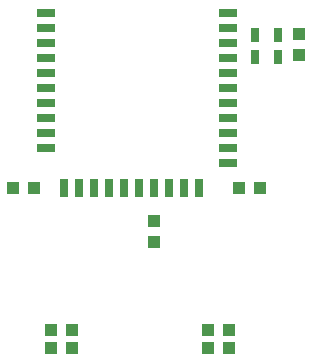
<source format=gtp>
G04 #@! TF.GenerationSoftware,KiCad,Pcbnew,5.0.0-rc2-be01b52~65~ubuntu16.04.1*
G04 #@! TF.CreationDate,2018-06-27T12:44:11+03:00*
G04 #@! TF.ProjectId,livolo_2_channels_1way_eu_switch,6C69766F6C6F5F325F6368616E6E656C,rev?*
G04 #@! TF.SameCoordinates,Original*
G04 #@! TF.FileFunction,Paste,Top*
G04 #@! TF.FilePolarity,Positive*
%FSLAX46Y46*%
G04 Gerber Fmt 4.6, Leading zero omitted, Abs format (unit mm)*
G04 Created by KiCad (PCBNEW 5.0.0-rc2-be01b52~65~ubuntu16.04.1) date Wed Jun 27 12:44:11 2018*
%MOMM*%
%LPD*%
G01*
G04 APERTURE LIST*
%ADD10R,0.750000X1.200000*%
%ADD11R,1.000000X0.995000*%
%ADD12R,0.995000X1.000000*%
%ADD13R,1.524000X0.710000*%
%ADD14R,0.710000X1.524000*%
G04 APERTURE END LIST*
D10*
G04 #@! TO.C,C3*
X152200000Y-77150000D03*
X152200000Y-79050000D03*
G04 #@! TD*
G04 #@! TO.C,C4*
X154100000Y-77150000D03*
X154100000Y-79050000D03*
G04 #@! TD*
D11*
G04 #@! TO.C,R1*
X155900000Y-77100000D03*
X155900000Y-78875000D03*
G04 #@! TD*
D12*
G04 #@! TO.C,R4*
X152587500Y-90100000D03*
X150812500Y-90100000D03*
G04 #@! TD*
G04 #@! TO.C,R5*
X148212500Y-102100000D03*
X149987500Y-102100000D03*
G04 #@! TD*
G04 #@! TO.C,R6*
X149987500Y-103700000D03*
X148212500Y-103700000D03*
G04 #@! TD*
G04 #@! TO.C,R7*
X136675000Y-102100000D03*
X134900000Y-102100000D03*
G04 #@! TD*
G04 #@! TO.C,R8*
X134900000Y-103700000D03*
X136675000Y-103700000D03*
G04 #@! TD*
G04 #@! TO.C,R10*
X131712500Y-90100000D03*
X133487500Y-90100000D03*
G04 #@! TD*
D13*
G04 #@! TO.C,U5*
X149850000Y-75280000D03*
X149850000Y-76550000D03*
X149850000Y-77820000D03*
X149850000Y-79090000D03*
X149850000Y-80360000D03*
X149850000Y-81630000D03*
X149850000Y-82900000D03*
X149850000Y-84170000D03*
X149850000Y-85440000D03*
X149850000Y-86710000D03*
X149850000Y-87980000D03*
D14*
X147400000Y-90100000D03*
X146130000Y-90100000D03*
X144860000Y-90100000D03*
X143590000Y-90100000D03*
X142320000Y-90100000D03*
X141050000Y-90100000D03*
X139780000Y-90100000D03*
X138510000Y-90100000D03*
X137240000Y-90100000D03*
X135970000Y-90100000D03*
D13*
X134450000Y-80360000D03*
X134450000Y-75280000D03*
X134450000Y-77820000D03*
X134450000Y-84170000D03*
X134450000Y-82900000D03*
X134450000Y-76550000D03*
X134450000Y-85440000D03*
X134450000Y-81630000D03*
X134450000Y-86710000D03*
X134450000Y-79090000D03*
G04 #@! TD*
D11*
G04 #@! TO.C,L1*
X143600000Y-94700000D03*
X143600000Y-92925000D03*
G04 #@! TD*
M02*

</source>
